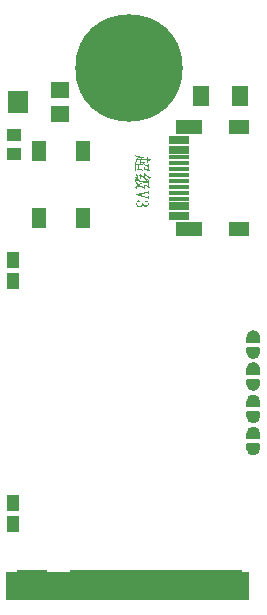
<source format=gbr>
%TF.GenerationSoftware,Altium Limited,Altium Designer,19.0.4 (130)*%
G04 Layer_Color=8388736*
%FSLAX26Y26*%
%MOIN*%
%TF.FileFunction,Soldermask,Top*%
%TF.Part,Single*%
G01*
G75*
%TA.AperFunction,NonConductor*%
%ADD52C,0.008000*%
%TA.AperFunction,SMDPad,CuDef*%
%ADD62R,0.045992X0.039496*%
%ADD70R,0.055244X0.067055*%
%TA.AperFunction,ComponentPad*%
%ADD80C,0.358000*%
%ADD81C,0.043000*%
%ADD82R,0.071000X0.047400*%
%ADD83R,0.090700X0.047400*%
%TA.AperFunction,SMDPad,CuDef*%
%ADD84C,0.031622*%
%ADD85R,0.047370X0.070992*%
%ADD86R,0.059181X0.055244*%
%ADD87R,0.070992X0.074929*%
%TA.AperFunction,ConnectorPad*%
%ADD88R,0.021386X0.078866*%
%TA.AperFunction,SMDPad,CuDef*%
%ADD89R,0.043000X0.058000*%
%ADD90R,0.067055X0.017800*%
%ADD91R,0.067055X0.017900*%
%TA.AperFunction,ConnectorPad*%
%ADD92R,0.067055X0.027700*%
G36*
X3259841Y1015065D02*
X4069842Y1015063D01*
X4069841Y1108065D01*
X3259841D01*
Y1015065D01*
D02*
G37*
G36*
X4062858Y1536142D02*
Y1521142D01*
Y1517164D01*
X4065903Y1509813D01*
X4071529Y1504187D01*
X4078880Y1501142D01*
X4082858D01*
X4086836D01*
X4094187Y1504187D01*
X4099813Y1509813D01*
X4102858Y1517164D01*
Y1521142D01*
D01*
Y1536142D01*
X4062858D01*
D02*
G37*
G36*
X4102858Y1556142D02*
Y1571142D01*
Y1575120D01*
X4099813Y1582471D01*
X4094187Y1588097D01*
X4086836Y1591142D01*
X4082858D01*
X4078880D01*
X4071529Y1588097D01*
X4065903Y1582471D01*
X4062858Y1575120D01*
Y1571142D01*
D01*
Y1556142D01*
X4102858D01*
D02*
G37*
G36*
X4063000Y1643000D02*
Y1628000D01*
Y1624022D01*
X4066045Y1616671D01*
X4071671Y1611045D01*
X4079022Y1608000D01*
X4083000D01*
X4086978D01*
X4094329Y1611045D01*
X4099955Y1616671D01*
X4103000Y1624022D01*
Y1628000D01*
D01*
Y1643000D01*
X4063000D01*
D02*
G37*
G36*
X4103000Y1663000D02*
Y1678000D01*
Y1681978D01*
X4099955Y1689329D01*
X4094329Y1694955D01*
X4086978Y1698000D01*
X4083000D01*
X4079022D01*
X4071671Y1694955D01*
X4066045Y1689329D01*
X4063000Y1681978D01*
Y1678000D01*
D01*
Y1663000D01*
X4103000D01*
D02*
G37*
G36*
X4062858Y1751142D02*
Y1736142D01*
Y1732164D01*
X4065903Y1724813D01*
X4071529Y1719187D01*
X4078880Y1716142D01*
X4082858D01*
X4086836D01*
X4094187Y1719187D01*
X4099813Y1724813D01*
X4102858Y1732164D01*
Y1736142D01*
D01*
Y1751142D01*
X4062858D01*
D02*
G37*
G36*
X4102858Y1771142D02*
Y1786142D01*
Y1790120D01*
X4099813Y1797471D01*
X4094187Y1803097D01*
X4086836Y1806142D01*
X4082858D01*
X4078880D01*
X4071529Y1803097D01*
X4065903Y1797471D01*
X4062858Y1790120D01*
Y1786142D01*
D01*
Y1771142D01*
X4102858D01*
D02*
G37*
G36*
X4062858Y1857142D02*
Y1842142D01*
Y1838164D01*
X4065903Y1830813D01*
X4071529Y1825187D01*
X4078880Y1822142D01*
X4082858D01*
X4086836D01*
X4094187Y1825187D01*
X4099813Y1830813D01*
X4102858Y1838164D01*
Y1842142D01*
D01*
Y1857142D01*
X4062858D01*
D02*
G37*
G36*
X4102858Y1877142D02*
Y1892142D01*
Y1896120D01*
X4099813Y1903471D01*
X4094187Y1909097D01*
X4086836Y1912142D01*
X4082858D01*
X4078880D01*
X4071529Y1909097D01*
X4065903Y1903471D01*
X4062858Y1896120D01*
Y1892142D01*
D01*
Y1877142D01*
X4102858D01*
D02*
G37*
G36*
X3687943Y2499445D02*
X3688166Y2499334D01*
X3688554Y2499167D01*
X3689053Y2498945D01*
X3689664Y2498668D01*
X3690330Y2498334D01*
X3691162Y2498001D01*
X3692050Y2497669D01*
X3693050Y2497280D01*
X3694048Y2496892D01*
X3695159Y2496503D01*
X3696269Y2496170D01*
X3698655Y2495559D01*
X3699876Y2495282D01*
X3701097Y2495060D01*
X3701153D01*
X3701374Y2495005D01*
X3701763Y2494949D01*
X3702207Y2494894D01*
X3702818Y2494838D01*
X3703539Y2494727D01*
X3704316Y2494616D01*
X3705260Y2494505D01*
X3706203Y2494450D01*
X3707258Y2494338D01*
X3708367Y2494227D01*
X3709533Y2494172D01*
X3712030Y2494061D01*
X3714584Y2494006D01*
X3711753Y2487734D01*
X3709977Y2489621D01*
X3709921D01*
X3709755D01*
X3709477Y2489677D01*
X3709089Y2489732D01*
X3708645Y2489787D01*
X3708146Y2489843D01*
X3706980Y2490010D01*
X3705704Y2490176D01*
X3704427Y2490343D01*
X3703206Y2490564D01*
X3702706Y2490620D01*
X3702207Y2490731D01*
Y2490675D01*
X3702096Y2490620D01*
X3701818Y2490343D01*
X3701374Y2489843D01*
X3700764Y2489288D01*
X3700043Y2488566D01*
X3699265Y2487789D01*
X3697601Y2486180D01*
X3717525D01*
Y2491119D01*
X3717470Y2491675D01*
X3717414Y2492452D01*
X3717358Y2493284D01*
X3717247Y2494283D01*
X3717026Y2495282D01*
X3716803Y2496336D01*
X3720023Y2498834D01*
Y2486680D01*
X3728570D01*
Y2489288D01*
X3728514Y2489843D01*
X3728459Y2490620D01*
X3728403Y2491452D01*
X3728292Y2492452D01*
X3728070Y2493450D01*
X3727848Y2494505D01*
X3731067Y2497003D01*
Y2486680D01*
X3731122D01*
X3731345D01*
X3731677D01*
X3732122D01*
X3732677D01*
X3733287D01*
X3734008D01*
X3734785D01*
X3736450Y2486735D01*
X3738227Y2486791D01*
X3740003Y2486846D01*
X3741723Y2486901D01*
X3738671Y2480131D01*
X3736450Y2482461D01*
X3731067D01*
Y2479187D01*
X3733675Y2476412D01*
X3728570Y2472139D01*
Y2482461D01*
X3720023D01*
Y2478965D01*
X3722853Y2475968D01*
X3718201Y2471994D01*
X3718912Y2471361D01*
X3720023Y2470418D01*
X3721299Y2469530D01*
X3722686Y2468586D01*
X3724185Y2467754D01*
X3725850Y2466977D01*
X3727626Y2466311D01*
X3729513Y2465811D01*
X3731511Y2465479D01*
X3732566Y2465367D01*
X3733620Y2465312D01*
Y2465700D01*
X3733564Y2466200D01*
X3733509Y2466811D01*
X3733454Y2467532D01*
X3733343Y2468420D01*
X3733120Y2469363D01*
X3732898Y2470418D01*
X3736117Y2472860D01*
Y2451881D01*
X3738504Y2449550D01*
X3734841Y2445943D01*
X3733231Y2447608D01*
X3733176D01*
X3732954D01*
X3732566Y2447663D01*
X3732122D01*
X3731511Y2447718D01*
X3730845Y2447774D01*
X3730179Y2447829D01*
X3729402Y2447885D01*
X3727737Y2447996D01*
X3726128Y2448162D01*
X3725351Y2448273D01*
X3724629Y2448329D01*
X3723963Y2448385D01*
X3723408Y2448495D01*
X3723352D01*
X3723297D01*
X3722964Y2448606D01*
X3722465Y2448718D01*
X3721854Y2448829D01*
X3721133Y2449050D01*
X3720411Y2449328D01*
X3719745Y2449606D01*
X3719135Y2449994D01*
X3719079Y2450050D01*
X3718857Y2450216D01*
X3718579Y2450494D01*
X3718247Y2450882D01*
X3717802Y2451437D01*
X3717358Y2452214D01*
X3716859Y2453102D01*
X3716360Y2454212D01*
X3716415D01*
X3716470Y2454267D01*
X3716859Y2454490D01*
X3717358Y2454878D01*
X3717969Y2455433D01*
X3718691Y2456155D01*
X3719023Y2456599D01*
X3719412Y2457153D01*
X3719745Y2457709D01*
X3720078Y2458374D01*
X3720411Y2459041D01*
X3720689Y2459818D01*
X3722631D01*
Y2459651D01*
X3722575Y2459485D01*
Y2459207D01*
X3722465Y2458597D01*
X3722409Y2457820D01*
X3722298Y2456987D01*
X3722187Y2456155D01*
X3722131Y2455433D01*
Y2454434D01*
X3722187Y2454046D01*
X3722298Y2453657D01*
X3722354Y2453546D01*
X3722465Y2453435D01*
X3722686Y2453324D01*
X3723019Y2453213D01*
X3723519Y2453046D01*
X3724185Y2452880D01*
X3724573Y2452825D01*
X3725017Y2452769D01*
X3725073D01*
X3725128D01*
X3725295Y2452713D01*
X3725517D01*
X3725794Y2452658D01*
X3726183D01*
X3726572Y2452602D01*
X3727071Y2452547D01*
X3727626Y2452492D01*
X3728292Y2452436D01*
X3728958Y2452381D01*
X3729735Y2452325D01*
X3730623Y2452214D01*
X3731511Y2452159D01*
X3732510Y2452048D01*
X3733620Y2451992D01*
Y2460428D01*
X3733564D01*
X3733454D01*
X3733287D01*
X3733010Y2460483D01*
X3732677D01*
X3732343Y2460539D01*
X3731899Y2460650D01*
X3731400Y2460706D01*
X3730290Y2460927D01*
X3728958Y2461316D01*
X3727515Y2461760D01*
X3726017Y2462370D01*
X3724352Y2463148D01*
X3722686Y2464091D01*
X3721021Y2465256D01*
X3720189Y2465923D01*
X3719356Y2466588D01*
X3718524Y2467365D01*
X3717691Y2468198D01*
X3716914Y2469086D01*
X3716137Y2470085D01*
X3715416Y2471084D01*
X3714695Y2472194D01*
X3714028Y2473360D01*
X3713363Y2474636D01*
X3715083Y2475413D01*
Y2475358D01*
X3715139Y2475302D01*
X3715416Y2474969D01*
X3715805Y2474525D01*
X3716360Y2473859D01*
X3717081Y2473137D01*
X3717525Y2472664D01*
Y2471417D01*
X3718201Y2471994D01*
X3717914Y2472249D01*
X3717525Y2472664D01*
Y2482017D01*
X3708811D01*
Y2478021D01*
X3711420Y2475024D01*
X3706314Y2470751D01*
Y2482017D01*
X3695713D01*
X3695658Y2481962D01*
X3695602Y2481740D01*
X3695436Y2481407D01*
X3695269Y2480963D01*
X3695048Y2480408D01*
X3694825Y2479742D01*
X3694548Y2478965D01*
X3694326Y2478077D01*
X3694048Y2477133D01*
X3693771Y2476079D01*
X3693494Y2474969D01*
X3693271Y2473803D01*
X3693105Y2472582D01*
X3692939Y2471306D01*
X3692772Y2469974D01*
X3692716Y2468586D01*
Y2467865D01*
X3692661Y2467310D01*
Y2465923D01*
X3692606Y2465035D01*
Y2463092D01*
X3692550Y2462037D01*
Y2459818D01*
X3692494Y2457486D01*
Y2452214D01*
X3692550Y2451437D01*
Y2449661D01*
X3692606Y2447774D01*
X3692661Y2445887D01*
X3692772Y2444111D01*
X3690774D01*
Y2444166D01*
X3690718Y2444278D01*
Y2444444D01*
X3690608Y2444666D01*
X3690385Y2445276D01*
X3690108Y2445998D01*
X3689664Y2446720D01*
X3689053Y2447385D01*
X3688332Y2447996D01*
X3687888Y2448218D01*
X3687444Y2448385D01*
Y2449162D01*
X3687499Y2449494D01*
Y2450271D01*
X3687555Y2451271D01*
Y2452436D01*
X3687610Y2453713D01*
X3687666Y2455100D01*
X3687777Y2456599D01*
X3687832Y2458208D01*
X3687943Y2459873D01*
X3688055Y2461538D01*
X3688276Y2464923D01*
X3688387Y2466644D01*
X3688554Y2468253D01*
Y2468365D01*
X3688610Y2468642D01*
X3688665Y2469086D01*
X3688720Y2469697D01*
X3688831Y2470418D01*
X3688943Y2471251D01*
X3689109Y2472194D01*
X3689276Y2473193D01*
X3689497Y2474303D01*
X3689720Y2475468D01*
X3690330Y2477800D01*
X3691107Y2480131D01*
X3691495Y2481296D01*
X3691995Y2482351D01*
X3692050Y2482406D01*
X3692106Y2482573D01*
X3692273Y2482905D01*
X3692494Y2483238D01*
X3692772Y2483738D01*
X3693160Y2484293D01*
X3693549Y2484848D01*
X3694048Y2485514D01*
X3694548Y2486235D01*
X3695214Y2486957D01*
X3695880Y2487678D01*
X3696602Y2488456D01*
X3697434Y2489177D01*
X3698322Y2489898D01*
X3699265Y2490620D01*
X3700265Y2491286D01*
X3700209D01*
X3699987Y2491341D01*
X3699599Y2491452D01*
X3699099Y2491564D01*
X3698488Y2491785D01*
X3697767Y2492008D01*
X3696990Y2492285D01*
X3696046Y2492618D01*
X3695103Y2493062D01*
X3694048Y2493561D01*
X3692939Y2494117D01*
X3691829Y2494727D01*
X3690663Y2495448D01*
X3689442Y2496226D01*
X3688221Y2497113D01*
X3687000Y2498113D01*
X3687888Y2499500D01*
X3687943Y2499445D01*
D02*
G37*
G36*
X3713584Y2465645D02*
Y2453490D01*
X3716193Y2450938D01*
X3711975Y2446886D01*
X3710421Y2449162D01*
X3710310D01*
X3709977D01*
X3709477D01*
X3708867D01*
X3708035D01*
X3707146D01*
X3706148D01*
X3705093Y2449106D01*
X3702818D01*
X3700542Y2449050D01*
X3699432D01*
X3698378Y2448995D01*
X3697434D01*
X3696602Y2448939D01*
X3694992Y2453380D01*
X3698488D01*
Y2465479D01*
X3695492D01*
X3693383Y2470140D01*
X3693494D01*
X3693715D01*
X3694104D01*
X3694659Y2470085D01*
X3695269D01*
X3696046D01*
X3696879Y2470030D01*
X3697767D01*
X3698711D01*
X3699709Y2469974D01*
X3701818D01*
X3703872Y2469919D01*
X3704871D01*
X3705814D01*
X3705870D01*
X3706037D01*
X3706314D01*
X3706647D01*
X3707091D01*
X3707646D01*
X3708256D01*
X3708923D01*
X3709644Y2469974D01*
X3710421D01*
X3712142Y2470030D01*
X3714028Y2470085D01*
X3715971Y2470140D01*
X3713584Y2465645D01*
D02*
G37*
G36*
X3721854Y2438284D02*
X3721910Y2438117D01*
X3721965Y2437950D01*
X3722076Y2437673D01*
X3722242Y2437396D01*
X3722409Y2437062D01*
X3722686Y2436619D01*
X3723075Y2436230D01*
X3723519Y2435731D01*
X3724074Y2435231D01*
X3724740Y2434620D01*
X3725517Y2434066D01*
X3726405Y2433399D01*
X3727459Y2432733D01*
X3728680Y2432068D01*
X3728736Y2432012D01*
X3729014Y2431901D01*
X3729347Y2431679D01*
X3729846Y2431457D01*
X3730456Y2431124D01*
X3731122Y2430791D01*
X3731899Y2430403D01*
X3732787Y2430014D01*
X3733731Y2429570D01*
X3734675Y2429126D01*
X3736784Y2428294D01*
X3738892Y2427572D01*
X3739947Y2427239D01*
X3741001Y2426961D01*
X3737616Y2421079D01*
X3735785Y2423298D01*
X3735673Y2423354D01*
X3735452Y2423521D01*
X3735063Y2423742D01*
X3734508Y2424075D01*
X3733842Y2424464D01*
X3733065Y2424963D01*
X3732177Y2425519D01*
X3731233Y2426184D01*
X3730179Y2426906D01*
X3729124Y2427683D01*
X3727959Y2428515D01*
X3726794Y2429403D01*
X3724352Y2431346D01*
X3721910Y2433455D01*
X3722076Y2423854D01*
X3722131Y2423798D01*
X3722242Y2423742D01*
X3722465Y2423576D01*
X3722798Y2423410D01*
X3723131Y2423188D01*
X3723575Y2422910D01*
X3724074Y2422633D01*
X3724629Y2422300D01*
X3725905Y2421578D01*
X3727293Y2420856D01*
X3728791Y2420135D01*
X3730401Y2419469D01*
X3726183Y2414197D01*
X3724907Y2416694D01*
X3724796Y2416749D01*
X3724518Y2416972D01*
X3724074Y2417360D01*
X3723408Y2417804D01*
X3722631Y2418414D01*
X3721743Y2419136D01*
X3720689Y2420024D01*
X3719523Y2420968D01*
X3718247Y2422022D01*
X3716859Y2423132D01*
X3715416Y2424353D01*
X3713918Y2425685D01*
X3712363Y2427073D01*
X3710754Y2428515D01*
X3709144Y2430070D01*
X3707479Y2431624D01*
X3709977Y2416472D01*
X3707757D01*
Y2416528D01*
X3707702Y2416639D01*
X3707646Y2416860D01*
X3707590Y2417138D01*
X3707479Y2417471D01*
X3707369Y2417860D01*
X3707258Y2418359D01*
X3707146Y2418858D01*
X3706814Y2420024D01*
X3706425Y2421412D01*
X3706037Y2422854D01*
X3705593Y2424353D01*
X3704593Y2427461D01*
X3704094Y2428959D01*
X3703595Y2430403D01*
X3703095Y2431679D01*
X3702595Y2432845D01*
X3702318Y2433344D01*
X3702096Y2433788D01*
X3701874Y2434121D01*
X3701652Y2434454D01*
X3706980Y2437673D01*
Y2437617D01*
X3707035Y2437562D01*
X3707146Y2437229D01*
X3707313Y2436729D01*
X3707646Y2436064D01*
X3708090Y2435342D01*
X3708645Y2434510D01*
X3709422Y2433566D01*
X3710365Y2432678D01*
X3710421Y2432622D01*
X3710477Y2432567D01*
X3710698Y2432401D01*
X3710921Y2432178D01*
X3711198Y2431956D01*
X3711586Y2431624D01*
X3712086Y2431235D01*
X3712586Y2430735D01*
X3713196Y2430236D01*
X3713918Y2429681D01*
X3714695Y2429015D01*
X3715527Y2428294D01*
X3716470Y2427572D01*
X3717525Y2426740D01*
X3718635Y2425796D01*
X3719800Y2424852D01*
Y2424963D01*
X3719689Y2425241D01*
X3719634Y2425740D01*
X3719468Y2426351D01*
X3719301Y2427184D01*
X3719079Y2428072D01*
X3718857Y2429126D01*
X3718635Y2430236D01*
Y2430291D01*
X3718579Y2430347D01*
Y2430514D01*
X3718524Y2430735D01*
X3718358Y2431346D01*
X3718135Y2432068D01*
X3717858Y2432845D01*
X3717470Y2433733D01*
X3717081Y2434565D01*
X3716581Y2435398D01*
X3721854Y2438394D01*
Y2438284D01*
D02*
G37*
G36*
X3695769Y2438339D02*
X3695825Y2438061D01*
X3695936Y2437673D01*
X3696046Y2437118D01*
X3696213Y2436396D01*
X3696435Y2435508D01*
X3696657Y2434398D01*
X3696990Y2433177D01*
X3697378Y2431790D01*
X3697767Y2430180D01*
X3698267Y2428405D01*
X3698822Y2426407D01*
X3699432Y2424298D01*
X3700098Y2421966D01*
X3700875Y2419414D01*
X3701707Y2416694D01*
X3700060D01*
X3700597Y2416361D01*
X3701707Y2415806D01*
X3701763Y2415751D01*
X3701985Y2415695D01*
X3702318Y2415528D01*
X3702762Y2415362D01*
X3703317Y2415140D01*
X3704039Y2414918D01*
X3704816Y2414640D01*
X3705704Y2414307D01*
X3706647Y2414030D01*
X3707757Y2413753D01*
X3708867Y2413419D01*
X3710088Y2413142D01*
X3711365Y2412865D01*
X3712752Y2412587D01*
X3714140Y2412365D01*
X3715582Y2412198D01*
X3715693D01*
X3715916Y2412143D01*
X3716360Y2412088D01*
X3716970Y2412032D01*
X3717691Y2411977D01*
X3718579Y2411865D01*
X3719634Y2411810D01*
X3720744Y2411699D01*
X3722021Y2411588D01*
X3723408Y2411477D01*
X3724851Y2411421D01*
X3726405Y2411311D01*
X3728015Y2411200D01*
X3729735Y2411144D01*
X3731511Y2411088D01*
X3733343Y2411033D01*
Y2411421D01*
X3733287Y2411921D01*
X3733231Y2412532D01*
X3733176Y2413309D01*
X3733065Y2414141D01*
X3732843Y2415140D01*
X3732621Y2416139D01*
X3735840Y2418637D01*
Y2396492D01*
X3738227Y2393939D01*
X3733731Y2389610D01*
X3732066Y2392552D01*
X3731955Y2392607D01*
X3731677Y2392718D01*
X3731233Y2392940D01*
X3730623Y2393273D01*
X3729901Y2393606D01*
X3729124Y2393994D01*
X3728236Y2394439D01*
X3727293Y2394883D01*
X3725351Y2395881D01*
X3724407Y2396325D01*
X3723519Y2396825D01*
X3722631Y2397269D01*
X3721854Y2397657D01*
X3721244Y2398046D01*
X3720689Y2398323D01*
Y2393717D01*
X3723075Y2391164D01*
X3719135Y2387334D01*
X3717247Y2389499D01*
X3717192D01*
X3717137Y2389555D01*
X3716803Y2389610D01*
X3716249Y2389776D01*
X3715527Y2390054D01*
X3714639Y2390331D01*
X3713640Y2390664D01*
X3712530Y2391108D01*
X3711253Y2391552D01*
X3709921Y2392108D01*
X3708534Y2392662D01*
X3705648Y2393994D01*
X3702762Y2395493D01*
X3701319Y2396325D01*
X3699987Y2397213D01*
X3699932Y2397158D01*
X3699765Y2396992D01*
X3699488Y2396714D01*
X3699155Y2396325D01*
X3698711Y2395881D01*
X3698211Y2395327D01*
X3697656Y2394660D01*
X3697101Y2393883D01*
X3696490Y2393106D01*
X3695880Y2392163D01*
X3695214Y2391220D01*
X3694604Y2390165D01*
X3694048Y2388999D01*
X3693494Y2387834D01*
X3692994Y2386557D01*
X3692550Y2385281D01*
X3690941D01*
Y2385836D01*
X3690885Y2386447D01*
X3690718Y2387168D01*
X3690497Y2388001D01*
X3690052Y2388833D01*
X3689775Y2389222D01*
X3689442Y2389555D01*
X3689053Y2389943D01*
X3688610Y2390220D01*
X3688665Y2390276D01*
X3688776Y2390498D01*
X3688943Y2390776D01*
X3689220Y2391220D01*
X3689553Y2391719D01*
X3689941Y2392274D01*
X3690385Y2392940D01*
X3690941Y2393662D01*
X3691495Y2394439D01*
X3692162Y2395215D01*
X3693604Y2396825D01*
X3695214Y2398434D01*
X3697046Y2399933D01*
X3696990Y2399988D01*
X3696768Y2400266D01*
X3696380Y2400655D01*
X3695936Y2401154D01*
X3695381Y2401820D01*
X3694770Y2402653D01*
X3694048Y2403596D01*
X3693271Y2404706D01*
X3692494Y2405927D01*
X3691662Y2407259D01*
X3690829Y2408758D01*
X3690052Y2410311D01*
X3689276Y2412032D01*
X3688499Y2413863D01*
X3687832Y2415751D01*
X3687222Y2417804D01*
X3688776Y2418637D01*
Y2418581D01*
X3688831Y2418526D01*
X3688998Y2418193D01*
X3689220Y2417637D01*
X3689608Y2416916D01*
X3690052Y2416084D01*
X3690552Y2415029D01*
X3691162Y2413919D01*
X3691884Y2412698D01*
X3692661Y2411421D01*
X3693494Y2410090D01*
X3694437Y2408758D01*
X3695381Y2407370D01*
X3696435Y2406038D01*
X3697601Y2404762D01*
X3698766Y2403485D01*
X3699987Y2402320D01*
X3700043Y2402375D01*
X3700320Y2402541D01*
X3700709Y2402764D01*
X3701208Y2403041D01*
X3701874Y2403430D01*
X3702706Y2403818D01*
X3703650Y2404262D01*
X3704704Y2404762D01*
X3705925Y2405261D01*
X3707202Y2405760D01*
X3708645Y2406204D01*
X3710199Y2406704D01*
X3711809Y2407148D01*
X3713529Y2407537D01*
X3715360Y2407869D01*
X3717247Y2408147D01*
X3717192D01*
X3717137D01*
X3716970D01*
X3716748Y2408202D01*
X3716137D01*
X3715360Y2408314D01*
X3714361Y2408425D01*
X3713251Y2408535D01*
X3712030Y2408702D01*
X3710698Y2408924D01*
X3709256Y2409202D01*
X3707757Y2409535D01*
X3706258Y2409923D01*
X3704760Y2410367D01*
X3703262Y2410922D01*
X3701818Y2411477D01*
X3700431Y2412143D01*
X3699155Y2412920D01*
X3699099Y2412976D01*
X3698877Y2413142D01*
X3698544Y2413364D01*
X3698044Y2413697D01*
X3697490Y2414197D01*
X3696823Y2414751D01*
X3696102Y2415418D01*
X3695269Y2416139D01*
X3694381Y2417027D01*
X3693494Y2418026D01*
X3692550Y2419136D01*
X3691551Y2420302D01*
X3690608Y2421633D01*
X3689608Y2423077D01*
X3688665Y2424575D01*
X3687722Y2426240D01*
X3689109Y2427128D01*
X3689164Y2427017D01*
X3689387Y2426740D01*
X3689775Y2426296D01*
X3690219Y2425740D01*
X3690829Y2425075D01*
X3691495Y2424242D01*
X3692273Y2423410D01*
X3693160Y2422466D01*
X3694104Y2421523D01*
X3695103Y2420579D01*
X3697212Y2418747D01*
X3698322Y2417860D01*
X3699432Y2417082D01*
X3699665Y2416938D01*
X3699709Y2416805D01*
X3699765Y2416694D01*
X3700060D01*
X3699665Y2416938D01*
X3699599Y2417138D01*
X3699376Y2417637D01*
X3699099Y2418303D01*
X3698711Y2419136D01*
X3698322Y2420024D01*
X3697878Y2421079D01*
X3697434Y2422133D01*
X3696435Y2424353D01*
X3695936Y2425463D01*
X3695436Y2426573D01*
X3694992Y2427572D01*
X3694548Y2428515D01*
X3694160Y2429348D01*
X3693827Y2430014D01*
Y2430070D01*
X3693771Y2430180D01*
X3693660Y2430347D01*
X3693549Y2430569D01*
X3693216Y2431124D01*
X3692772Y2431845D01*
X3692273Y2432678D01*
X3691718Y2433510D01*
X3691107Y2434343D01*
X3690441Y2435064D01*
X3695769Y2438394D01*
Y2438339D01*
D02*
G37*
G36*
X3733842Y2369575D02*
X3731289D01*
Y2371184D01*
X3731233Y2371461D01*
X3731122Y2371794D01*
X3730845Y2372072D01*
X3730789Y2372128D01*
X3730512Y2372183D01*
X3730124D01*
X3729568Y2372128D01*
X3704036Y2366038D01*
X3728791Y2359529D01*
X3728847D01*
X3728958Y2359474D01*
X3729291Y2359418D01*
X3729680Y2359363D01*
X3730012Y2359307D01*
X3730124D01*
X3730345D01*
X3730623Y2359418D01*
X3730901Y2359529D01*
X3730956Y2359584D01*
X3731122Y2359751D01*
X3731178Y2359918D01*
X3731233Y2360140D01*
X3731289Y2360417D01*
Y2362026D01*
X3733842D01*
Y2352536D01*
X3731289D01*
Y2354201D01*
X3731233Y2354534D01*
X3731067Y2354978D01*
X3730734Y2355477D01*
X3730623Y2355588D01*
X3730512Y2355700D01*
X3730290Y2355811D01*
X3730012Y2355977D01*
X3729680Y2356144D01*
X3729291Y2356310D01*
X3728847Y2356477D01*
X3693438Y2366023D01*
Y2368354D01*
X3728514Y2376956D01*
X3728570D01*
X3728736Y2377012D01*
X3729014Y2377067D01*
X3729347Y2377122D01*
X3730012Y2377345D01*
X3730345Y2377456D01*
X3730623Y2377622D01*
X3730678D01*
X3730734Y2377677D01*
X3730956Y2377955D01*
X3731178Y2378343D01*
X3731289Y2378621D01*
Y2380619D01*
X3733842D01*
Y2369575D01*
D02*
G37*
G36*
X3701652Y2348041D02*
X3702041Y2347985D01*
X3702485Y2347818D01*
X3702984Y2347652D01*
X3703483Y2347374D01*
X3703927Y2347041D01*
X3703983Y2346986D01*
X3704094Y2346875D01*
X3704316Y2346653D01*
X3704538Y2346376D01*
X3704760Y2346043D01*
X3704982Y2345654D01*
X3705093Y2345210D01*
X3705148Y2344766D01*
Y2344488D01*
X3705093Y2344155D01*
X3704982Y2343823D01*
X3704816Y2343434D01*
X3704593Y2342990D01*
X3704316Y2342657D01*
X3703872Y2342324D01*
X3703816Y2342269D01*
X3703650Y2342213D01*
X3703428Y2342102D01*
X3703151Y2341936D01*
X3702485Y2341713D01*
X3702151Y2341658D01*
X3701818Y2341602D01*
X3701763D01*
X3701597D01*
X3701374D01*
X3701041Y2341658D01*
X3700320Y2341825D01*
X3699654Y2342157D01*
X3699599D01*
X3699543Y2342213D01*
X3699210Y2342324D01*
X3698766Y2342490D01*
X3698378Y2342546D01*
X3698322D01*
X3698211D01*
X3697989Y2342490D01*
X3697711Y2342380D01*
X3697434Y2342157D01*
X3697101Y2341936D01*
X3696823Y2341547D01*
X3696490Y2341048D01*
X3696435Y2340992D01*
X3696380Y2340770D01*
X3696269Y2340492D01*
X3696102Y2340048D01*
X3695936Y2339549D01*
X3695825Y2338939D01*
X3695769Y2338328D01*
X3695713Y2337606D01*
Y2337218D01*
X3695769Y2336996D01*
Y2336663D01*
X3695825Y2336274D01*
X3695991Y2335442D01*
X3696269Y2334499D01*
X3696657Y2333555D01*
X3697212Y2332611D01*
X3697934Y2331834D01*
X3698044Y2331724D01*
X3698378Y2331501D01*
X3698877Y2331224D01*
X3699265Y2331057D01*
X3699654Y2330836D01*
X3700098Y2330669D01*
X3700653Y2330503D01*
X3701208Y2330336D01*
X3701818Y2330169D01*
X3702540Y2330059D01*
X3703317Y2329948D01*
X3704094Y2329892D01*
X3704982D01*
X3705037D01*
X3705148D01*
X3705370D01*
X3705648Y2329948D01*
X3705981D01*
X3706314Y2330003D01*
X3707202Y2330169D01*
X3708201Y2330392D01*
X3709256Y2330780D01*
X3710255Y2331280D01*
X3711198Y2331945D01*
X3711253D01*
X3711309Y2332057D01*
X3711420Y2332168D01*
X3711586Y2332390D01*
X3711753Y2332611D01*
X3711975Y2332945D01*
X3712197Y2333278D01*
X3712419Y2333777D01*
X3712641Y2334276D01*
X3712807Y2334887D01*
X3713030Y2335553D01*
X3713196Y2336330D01*
X3713363Y2337162D01*
X3713474Y2338106D01*
X3713584Y2339160D01*
Y2340271D01*
X3716360D01*
Y2339827D01*
X3716415Y2339438D01*
Y2339050D01*
X3716470Y2338606D01*
X3716637Y2337551D01*
X3716859Y2336385D01*
X3717192Y2335276D01*
X3717691Y2334221D01*
X3718024Y2333722D01*
X3718358Y2333333D01*
X3718468Y2333222D01*
X3718746Y2333000D01*
X3719190Y2332667D01*
X3719800Y2332278D01*
X3720633Y2331945D01*
X3721632Y2331613D01*
X3722742Y2331390D01*
X3724074Y2331280D01*
X3724130D01*
X3724185D01*
X3724352D01*
X3724573D01*
X3725128Y2331335D01*
X3725850Y2331501D01*
X3726682Y2331668D01*
X3727515Y2331945D01*
X3728459Y2332334D01*
X3729291Y2332889D01*
X3729402Y2332945D01*
X3729624Y2333166D01*
X3730012Y2333555D01*
X3730401Y2334110D01*
X3730789Y2334776D01*
X3731178Y2335664D01*
X3731400Y2336663D01*
X3731511Y2337829D01*
Y2338106D01*
X3731456Y2338383D01*
X3731400Y2338772D01*
X3731345Y2339271D01*
X3731233Y2339771D01*
X3731012Y2340326D01*
X3730789Y2340936D01*
X3730734Y2340992D01*
X3730678Y2341159D01*
X3730512Y2341436D01*
X3730235Y2341713D01*
X3729957Y2342046D01*
X3729568Y2342269D01*
X3729124Y2342490D01*
X3728625Y2342546D01*
X3728570D01*
X3728347D01*
X3728126D01*
X3727793Y2342490D01*
X3727459D01*
X3727126Y2342435D01*
X3726905Y2342380D01*
X3726738Y2342269D01*
X3726682Y2342213D01*
X3726627Y2342157D01*
X3726294Y2341936D01*
X3725794Y2341713D01*
X3725517Y2341602D01*
X3725184D01*
X3725128D01*
X3724962D01*
X3724740Y2341658D01*
X3724407D01*
X3723686Y2341880D01*
X3723297Y2341991D01*
X3722964Y2342213D01*
X3722909D01*
X3722853Y2342324D01*
X3722686Y2342490D01*
X3722520Y2342713D01*
X3722354Y2342990D01*
X3722242Y2343378D01*
X3722131Y2343823D01*
X3722076Y2344322D01*
Y2344544D01*
X3722131Y2344766D01*
X3722187Y2345044D01*
X3722298Y2345376D01*
X3722409Y2345709D01*
X3722631Y2346098D01*
X3722909Y2346486D01*
X3722964Y2346542D01*
X3723075Y2346653D01*
X3723297Y2346764D01*
X3723575Y2346930D01*
X3724019Y2347153D01*
X3724518Y2347264D01*
X3725184Y2347374D01*
X3725905Y2347430D01*
X3725961D01*
X3726072D01*
X3726238D01*
X3726516Y2347374D01*
X3726849Y2347319D01*
X3727182Y2347264D01*
X3728015Y2347041D01*
X3728958Y2346653D01*
X3729457Y2346376D01*
X3729957Y2346098D01*
X3730456Y2345709D01*
X3730956Y2345321D01*
X3731456Y2344822D01*
X3731899Y2344267D01*
X3731955Y2344211D01*
X3732010Y2344100D01*
X3732122Y2343934D01*
X3732288Y2343711D01*
X3732454Y2343378D01*
X3732677Y2343046D01*
X3733120Y2342157D01*
X3733509Y2341048D01*
X3733898Y2339827D01*
X3734175Y2338439D01*
X3734286Y2337718D01*
Y2336441D01*
X3734231Y2336108D01*
X3734175Y2335720D01*
X3734119Y2335220D01*
X3733898Y2334110D01*
X3733564Y2332889D01*
X3733010Y2331557D01*
X3732677Y2330947D01*
X3732233Y2330280D01*
X3731789Y2329670D01*
X3731233Y2329115D01*
X3731178Y2329059D01*
X3731122Y2329004D01*
X3730956Y2328838D01*
X3730678Y2328671D01*
X3730401Y2328449D01*
X3730068Y2328171D01*
X3729291Y2327617D01*
X3728292Y2327117D01*
X3727182Y2326617D01*
X3726017Y2326285D01*
X3725406Y2326229D01*
X3724740Y2326173D01*
X3724684D01*
X3724573D01*
X3724407D01*
X3724130D01*
X3723796Y2326229D01*
X3723463Y2326285D01*
X3722575Y2326396D01*
X3721577Y2326617D01*
X3720577Y2326950D01*
X3719468Y2327450D01*
X3718468Y2328061D01*
X3718358Y2328171D01*
X3718080Y2328394D01*
X3717636Y2328838D01*
X3717137Y2329392D01*
X3716581Y2330169D01*
X3716026Y2331057D01*
X3715582Y2332112D01*
X3715249Y2333333D01*
Y2333278D01*
X3715194Y2333111D01*
X3715083Y2332889D01*
X3714972Y2332556D01*
X3714861Y2332112D01*
X3714639Y2331668D01*
X3714195Y2330669D01*
X3713584Y2329503D01*
X3712807Y2328394D01*
X3711864Y2327339D01*
X3711309Y2326895D01*
X3710754Y2326506D01*
X3710698D01*
X3710643Y2326396D01*
X3710421Y2326340D01*
X3710199Y2326173D01*
X3709588Y2325896D01*
X3708811Y2325508D01*
X3707868Y2325175D01*
X3706814Y2324841D01*
X3705704Y2324619D01*
X3704538Y2324564D01*
X3704483D01*
X3704316D01*
X3704094D01*
X3703761Y2324619D01*
X3703372Y2324675D01*
X3702873Y2324731D01*
X3702374Y2324841D01*
X3701818Y2325008D01*
X3700542Y2325396D01*
X3699876Y2325674D01*
X3699155Y2326007D01*
X3698488Y2326396D01*
X3697767Y2326895D01*
X3697101Y2327394D01*
X3696435Y2328005D01*
X3696380Y2328061D01*
X3696269Y2328171D01*
X3696102Y2328338D01*
X3695880Y2328615D01*
X3695602Y2328948D01*
X3695325Y2329392D01*
X3694992Y2329892D01*
X3694715Y2330447D01*
X3694381Y2331057D01*
X3694048Y2331779D01*
X3693771Y2332556D01*
X3693494Y2333389D01*
X3693271Y2334276D01*
X3693105Y2335276D01*
X3692994Y2336274D01*
X3692939Y2337385D01*
Y2337829D01*
X3692994Y2338106D01*
Y2338494D01*
X3693050Y2338939D01*
X3693271Y2339993D01*
X3693549Y2341159D01*
X3693993Y2342435D01*
X3694604Y2343711D01*
X3694936Y2344322D01*
X3695381Y2344932D01*
X3695436Y2344988D01*
X3695492Y2345044D01*
X3695602Y2345210D01*
X3695825Y2345432D01*
X3696324Y2345932D01*
X3696990Y2346486D01*
X3697878Y2347097D01*
X3698822Y2347597D01*
X3699376Y2347818D01*
X3699932Y2347985D01*
X3700486Y2348041D01*
X3701097Y2348096D01*
X3701153D01*
X3701374D01*
X3701652Y2348041D01*
D02*
G37*
%LPC*%
G36*
X3711087Y2465479D02*
X3700986D01*
Y2453380D01*
X3711087D01*
Y2465479D01*
D02*
G37*
G36*
X3720466Y2407314D02*
X3720411D01*
X3720356Y2407259D01*
X3720133Y2407204D01*
X3719912Y2407148D01*
X3719634Y2407093D01*
X3719301Y2406981D01*
X3718468Y2406704D01*
X3717470Y2406427D01*
X3716304Y2406038D01*
X3715028Y2405594D01*
X3713695Y2405095D01*
X3712308Y2404595D01*
X3710809Y2404040D01*
X3707979Y2402764D01*
X3706591Y2402097D01*
X3705315Y2401376D01*
X3704149Y2400655D01*
X3703095Y2399933D01*
X3703151Y2399878D01*
X3703372Y2399767D01*
X3703650Y2399600D01*
X3704094Y2399323D01*
X3704649Y2399045D01*
X3705370Y2398657D01*
X3706148Y2398268D01*
X3707091Y2397824D01*
X3708090Y2397325D01*
X3709200Y2396881D01*
X3710477Y2396325D01*
X3711809Y2395826D01*
X3713251Y2395327D01*
X3714805Y2394827D01*
X3716470Y2394327D01*
X3718191Y2393828D01*
Y2399323D01*
X3716304Y2400710D01*
X3720466Y2404373D01*
X3720522Y2404262D01*
X3720633Y2404040D01*
X3720910Y2403651D01*
X3721354Y2403097D01*
X3721632Y2402819D01*
X3721965Y2402486D01*
X3722354Y2402153D01*
X3722853Y2401820D01*
X3723408Y2401432D01*
X3724019Y2401043D01*
X3724740Y2400655D01*
X3725517Y2400266D01*
X3725573D01*
X3725739Y2400155D01*
X3725961Y2400044D01*
X3726238Y2399933D01*
X3726627Y2399711D01*
X3727126Y2399489D01*
X3727626Y2399267D01*
X3728181Y2398990D01*
X3729402Y2398434D01*
X3730678Y2397824D01*
X3732010Y2397213D01*
X3733343Y2396603D01*
Y2406870D01*
X3733287D01*
X3733065D01*
X3732732D01*
X3732233Y2406926D01*
X3731677D01*
X3731012D01*
X3730235Y2406981D01*
X3729347D01*
X3728403Y2407037D01*
X3727404Y2407093D01*
X3726349D01*
X3725240Y2407148D01*
X3722909Y2407204D01*
X3720466Y2407314D01*
D02*
G37*
%LPD*%
D52*
X4102858Y1892142D02*
G03*
X4062858Y1892142I-20000J0D01*
G01*
Y1842142D02*
G03*
X4102858Y1842142I20000J0D01*
G01*
Y1786142D02*
G03*
X4062858Y1786142I-20000J0D01*
G01*
Y1736142D02*
G03*
X4102858Y1736142I20000J0D01*
G01*
X4062858Y1521142D02*
G03*
X4102858Y1521142I20000J0D01*
G01*
Y1571142D02*
G03*
X4062858Y1571142I-20000J0D01*
G01*
X4063000Y1628000D02*
G03*
X4103000Y1628000I20000J0D01*
G01*
Y1678000D02*
G03*
X4063000Y1678000I-20000J0D01*
G01*
X4102858Y1877142D02*
Y1892142D01*
X4062858Y1877142D02*
Y1892142D01*
Y1877142D02*
X4102858D01*
X4062858Y1842142D02*
Y1857142D01*
X4102858Y1842142D02*
Y1857142D01*
X4062858D02*
X4102858D01*
Y1771142D02*
Y1786142D01*
X4062858Y1771142D02*
Y1786142D01*
Y1771142D02*
X4102858D01*
X4062858Y1736142D02*
Y1751142D01*
X4102858Y1736142D02*
Y1751142D01*
X4062858D02*
X4102858D01*
X4062858Y1521142D02*
Y1536142D01*
X4102858Y1521142D02*
Y1536142D01*
X4062858D02*
X4102858D01*
Y1556142D02*
Y1571142D01*
X4062858Y1556142D02*
Y1571142D01*
Y1556142D02*
X4102858D01*
X4063000Y1628000D02*
Y1643000D01*
X4103000Y1628000D02*
Y1643000D01*
X4063000D02*
X4103000D01*
Y1663000D02*
Y1678000D01*
X4063000Y1663000D02*
Y1678000D01*
Y1663000D02*
X4103000D01*
D62*
X3285000Y2564968D02*
D03*
Y2501976D02*
D03*
D70*
X3907000Y2697000D02*
D03*
X4037000D02*
D03*
D80*
X3670000Y2790000D02*
D03*
D81*
X3609000Y2895655D02*
D03*
X3731000D02*
D03*
X3792000Y2790000D02*
D03*
X3731000Y2684345D02*
D03*
X3609000D02*
D03*
X3548000Y2790000D02*
D03*
D82*
X4033872Y2593071D02*
D03*
X4033872Y2252939D02*
D03*
D83*
X3869285Y2593068D02*
D03*
Y2252944D02*
D03*
D84*
X4082858Y1892142D02*
D03*
Y1842142D02*
D03*
Y1786142D02*
D03*
Y1736142D02*
D03*
Y1521142D02*
D03*
Y1571142D02*
D03*
X4083000Y1628000D02*
D03*
Y1678000D02*
D03*
D85*
X3368000Y2291000D02*
D03*
Y2511472D02*
D03*
X3513668Y2291000D02*
D03*
Y2511472D02*
D03*
D86*
X3439866Y2715370D02*
D03*
Y2636630D02*
D03*
D87*
X3298134Y2676000D02*
D03*
D88*
X3935598Y1074998D02*
D03*
X3384415Y1074999D02*
D03*
X3364720Y1074996D02*
D03*
X3345045Y1074999D02*
D03*
X3325350Y1074996D02*
D03*
X3305675Y1074999D02*
D03*
X3522210Y1075004D02*
D03*
X3502515Y1075001D02*
D03*
X3482840Y1075004D02*
D03*
X4034011Y1075005D02*
D03*
X4014336Y1075000D02*
D03*
X3994641Y1075005D02*
D03*
X3974966Y1075000D02*
D03*
X3955271Y1075005D02*
D03*
X3640320Y1075004D02*
D03*
X3620625Y1075001D02*
D03*
X3600950Y1075004D02*
D03*
X3581255Y1075001D02*
D03*
X3561580Y1075004D02*
D03*
X3541885Y1075001D02*
D03*
X3915899Y1075003D02*
D03*
X3896226Y1075000D02*
D03*
X3876531Y1075005D02*
D03*
X3856856Y1075000D02*
D03*
X3837161Y1075005D02*
D03*
X3817486Y1075000D02*
D03*
X3778106D02*
D03*
X3797801Y1074995D02*
D03*
X3738736Y1075000D02*
D03*
X3758431Y1074995D02*
D03*
X3699366Y1075000D02*
D03*
X3719061Y1075005D02*
D03*
X3679691Y1074995D02*
D03*
X3659995Y1075001D02*
D03*
D89*
X3283495Y2080000D02*
D03*
Y2150000D02*
D03*
X3281744Y1270005D02*
D03*
Y1340005D02*
D03*
D90*
X3834261Y2413160D02*
D03*
Y2432860D02*
D03*
Y2452560D02*
D03*
Y2393460D02*
D03*
D91*
Y2472210D02*
D03*
Y2491910D02*
D03*
Y2373810D02*
D03*
Y2354110D02*
D03*
D92*
Y2328510D02*
D03*
Y2297010D02*
D03*
Y2549010D02*
D03*
Y2517510D02*
D03*
%TF.MD5,f7e1c33bc8c9a793832a7cd2dd4ce180*%
M02*

</source>
